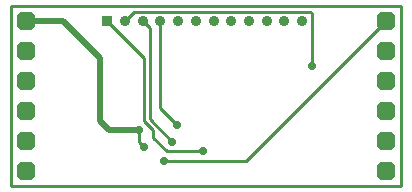
<source format=gbr>
G04 Layer_Physical_Order=1*
G04 Layer_Color=255*
%FSLAX44Y44*%
%MOMM*%
G71*
G01*
G75*
%ADD10C,0.5000*%
%ADD11C,0.2500*%
G04:AMPARAMS|DCode=12|XSize=1.6002mm|YSize=1.6002mm|CornerRadius=0mm|HoleSize=0mm|Usage=FLASHONLY|Rotation=270.000|XOffset=0mm|YOffset=0mm|HoleType=Round|Shape=Octagon|*
%AMOCTAGOND12*
4,1,8,-0.4001,-0.8001,0.4001,-0.8001,0.8001,-0.4001,0.8001,0.4001,0.4001,0.8001,-0.4001,0.8001,-0.8001,0.4001,-0.8001,-0.4001,-0.4001,-0.8001,0.0*
%
%ADD12OCTAGOND12*%

%ADD13R,0.8999X0.8999*%
%ADD14C,0.8999*%
%ADD15C,0.7000*%
D10*
X76200Y270550D02*
Y324550D01*
X45150Y355600D02*
X76200Y324550D01*
X13970Y355600D02*
X45150D01*
X83860Y262890D02*
X109220D01*
X76200Y270550D02*
X83860Y262890D01*
D11*
X109220Y253314D02*
Y262890D01*
Y253314D02*
X113904Y248630D01*
X1270Y215900D02*
Y368300D01*
X331470D01*
Y215900D02*
Y368300D01*
X1270Y215900D02*
X331470D01*
X199976Y236806D02*
X318770Y355600D01*
X130478Y236806D02*
X199976D01*
X82550Y355600D02*
X113792Y324358D01*
Y270496D02*
Y324358D01*
Y270496D02*
X121386Y262902D01*
Y256794D02*
Y262902D01*
Y256794D02*
X133096Y245084D01*
X163550D01*
X118364Y272288D02*
X137504Y253148D01*
X118364Y272288D02*
Y349786D01*
X112550Y355600D02*
X118364Y349786D01*
X255524Y317500D02*
Y362204D01*
X254254Y363474D02*
X255524Y362204D01*
X105425Y363474D02*
X254254D01*
X97551Y355600D02*
X105425Y363474D01*
X127551Y281579D02*
X141550Y267581D01*
X127551Y281579D02*
Y355600D01*
D12*
X318770Y228600D02*
D03*
Y254000D02*
D03*
Y279400D02*
D03*
Y304800D02*
D03*
Y330200D02*
D03*
Y355600D02*
D03*
X13970Y228600D02*
D03*
Y254000D02*
D03*
Y279400D02*
D03*
Y304800D02*
D03*
Y330200D02*
D03*
Y355600D02*
D03*
D13*
X82550D02*
D03*
D14*
X97551D02*
D03*
X112550D02*
D03*
X127551D02*
D03*
X142550D02*
D03*
X157551D02*
D03*
X172550D02*
D03*
X187551D02*
D03*
X202550D02*
D03*
X217551D02*
D03*
X232550D02*
D03*
X247551D02*
D03*
D15*
X130478Y236806D02*
D03*
X163550Y245084D02*
D03*
X137504Y253148D02*
D03*
X255524Y317500D02*
D03*
X109220Y262890D02*
D03*
X113904Y248630D02*
D03*
X141550Y267581D02*
D03*
M02*

</source>
